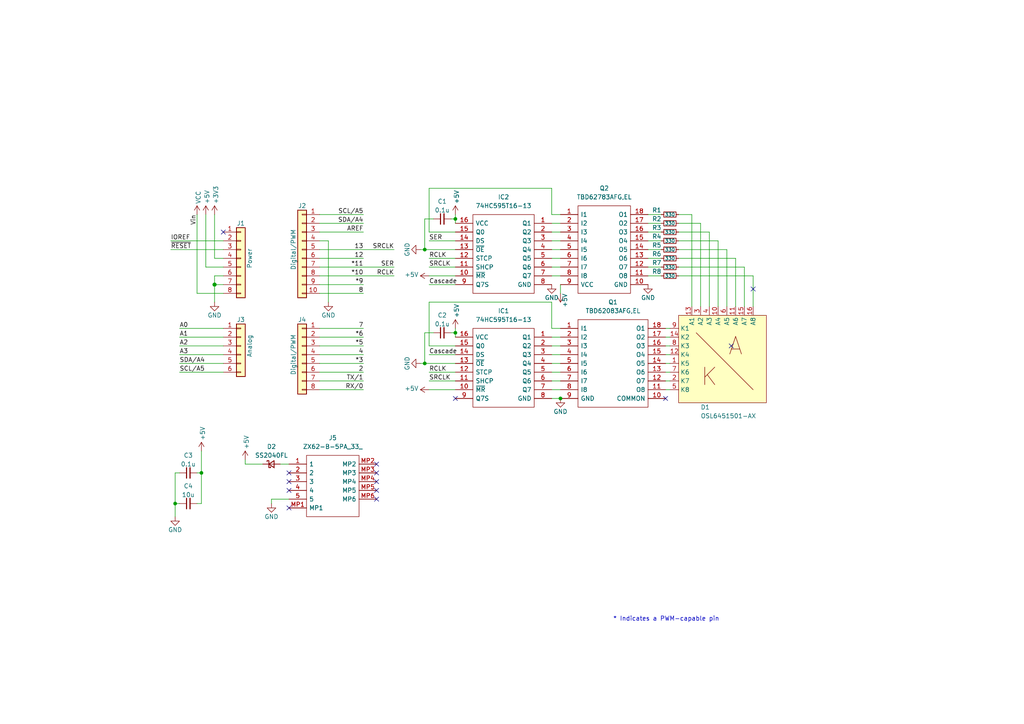
<source format=kicad_sch>
(kicad_sch (version 20230121) (generator eeschema)
  (paper "A4")
  (title_block (date "mar. 31 mars 2015"))
  (lib_symbols
    (symbol "Connector_Generic:Conn_01x06" (pin_names (offset 1.016) hide)
      (property "Reference" "J" (at 0 7.62 0))
      (property "Value" "Conn_01x06" (at 0 -10.16 0))
      (symbol "Conn_01x06_1_1"
        (rectangle (start -1.27 -7.493) (end 0 -7.747) (stroke (width 0.1524)))
        (rectangle (start -1.27 -4.953) (end 0 -5.207) (stroke (width 0.1524)))
        (rectangle (start -1.27 -2.413) (end 0 -2.667) (stroke (width 0.1524)))
        (rectangle (start -1.27 0.127) (end 0 -0.127) (stroke (width 0.1524)))
        (rectangle (start -1.27 2.667) (end 0 2.413) (stroke (width 0.1524)))
        (rectangle (start -1.27 5.207) (end 0 4.953) (stroke (width 0.1524)))
        (rectangle (start -1.27 6.35) (end 1.27 -8.89) (stroke (width 0.254)) (fill (type background)))
        (pin passive line (at -5.08 5.08 0) (length 3.81) (name "Pin_1") (number "1"))
        (pin passive line (at -5.08 2.54 0) (length 3.81) (name "Pin_2") (number "2"))
        (pin passive line (at -5.08 0 0) (length 3.81) (name "Pin_3") (number "3"))
        (pin passive line (at -5.08 -2.54 0) (length 3.81) (name "Pin_4") (number "4"))
        (pin passive line (at -5.08 -5.08 0) (length 3.81) (name "Pin_5") (number "5"))
        (pin passive line (at -5.08 -7.62 0) (length 3.81) (name "Pin_6") (number "6"))
      )
    )
    (symbol "Connector_Generic:Conn_01x08" (pin_names (offset 1.016) hide)
      (property "Reference" "J" (at 0 10.16 0))
      (property "Value" "Conn_01x08" (at 0 -12.7 0))
      (symbol "Conn_01x08_1_1"
        (rectangle (start -1.27 -10.033) (end 0 -10.287) (stroke (width 0.1524)))
        (rectangle (start -1.27 -7.493) (end 0 -7.747) (stroke (width 0.1524)))
        (rectangle (start -1.27 -4.953) (end 0 -5.207) (stroke (width 0.1524)))
        (rectangle (start -1.27 -2.413) (end 0 -2.667) (stroke (width 0.1524)))
        (rectangle (start -1.27 0.127) (end 0 -0.127) (stroke (width 0.1524)))
        (rectangle (start -1.27 2.667) (end 0 2.413) (stroke (width 0.1524)))
        (rectangle (start -1.27 5.207) (end 0 4.953) (stroke (width 0.1524)))
        (rectangle (start -1.27 7.747) (end 0 7.493) (stroke (width 0.1524)))
        (rectangle (start -1.27 8.89) (end 1.27 -11.43) (stroke (width 0.254)) (fill (type background)))
        (pin passive line (at -5.08 7.62 0) (length 3.81) (name "Pin_1") (number "1"))
        (pin passive line (at -5.08 5.08 0) (length 3.81) (name "Pin_2") (number "2"))
        (pin passive line (at -5.08 2.54 0) (length 3.81) (name "Pin_3") (number "3"))
        (pin passive line (at -5.08 0 0) (length 3.81) (name "Pin_4") (number "4"))
        (pin passive line (at -5.08 -2.54 0) (length 3.81) (name "Pin_5") (number "5"))
        (pin passive line (at -5.08 -5.08 0) (length 3.81) (name "Pin_6") (number "6"))
        (pin passive line (at -5.08 -7.62 0) (length 3.81) (name "Pin_7") (number "7"))
        (pin passive line (at -5.08 -10.16 0) (length 3.81) (name "Pin_8") (number "8"))
      )
    )
    (symbol "Connector_Generic:Conn_01x10" (pin_names (offset 1.016) hide)
      (property "Reference" "J" (at 0 12.7 0))
      (property "Value" "Conn_01x10" (at 0 -15.24 0))
      (symbol "Conn_01x10_1_1"
        (rectangle (start -1.27 -12.573) (end 0 -12.827) (stroke (width 0.1524)))
        (rectangle (start -1.27 -10.033) (end 0 -10.287) (stroke (width 0.1524)))
        (rectangle (start -1.27 -7.493) (end 0 -7.747) (stroke (width 0.1524)))
        (rectangle (start -1.27 -4.953) (end 0 -5.207) (stroke (width 0.1524)))
        (rectangle (start -1.27 -2.413) (end 0 -2.667) (stroke (width 0.1524)))
        (rectangle (start -1.27 0.127) (end 0 -0.127) (stroke (width 0.1524)))
        (rectangle (start -1.27 2.667) (end 0 2.413) (stroke (width 0.1524)))
        (rectangle (start -1.27 5.207) (end 0 4.953) (stroke (width 0.1524)))
        (rectangle (start -1.27 7.747) (end 0 7.493) (stroke (width 0.1524)))
        (rectangle (start -1.27 10.287) (end 0 10.033) (stroke (width 0.1524)))
        (rectangle (start -1.27 11.43) (end 1.27 -13.97) (stroke (width 0.254)) (fill (type background)))
        (pin passive line (at -5.08 10.16 0) (length 3.81) (name "Pin_1") (number "1"))
        (pin passive line (at -5.08 -12.7 0) (length 3.81) (name "Pin_10") (number "10"))
        (pin passive line (at -5.08 7.62 0) (length 3.81) (name "Pin_2") (number "2"))
        (pin passive line (at -5.08 5.08 0) (length 3.81) (name "Pin_3") (number "3"))
        (pin passive line (at -5.08 2.54 0) (length 3.81) (name "Pin_4") (number "4"))
        (pin passive line (at -5.08 0 0) (length 3.81) (name "Pin_5") (number "5"))
        (pin passive line (at -5.08 -2.54 0) (length 3.81) (name "Pin_6") (number "6"))
        (pin passive line (at -5.08 -5.08 0) (length 3.81) (name "Pin_7") (number "7"))
        (pin passive line (at -5.08 -7.62 0) (length 3.81) (name "Pin_8") (number "8"))
        (pin passive line (at -5.08 -10.16 0) (length 3.81) (name "Pin_9") (number "9"))
      )
    )
    (symbol "Device:C_Small" (pin_numbers hide) (pin_names (offset 0.254) hide)
      (property "Reference" "C" (at 0.254 1.778 0))
      (property "Value" "C_Small" (at 0.254 -2.032 0))
      (symbol "C_Small_0_1"
        (polyline (pts (xy -1.524 -0.508) (xy 1.524 -0.508)) (stroke (width 0.3302)))
        (polyline (pts (xy -1.524 0.508) (xy 1.524 0.508)) (stroke (width 0.3048)))
      )
      (symbol "C_Small_1_1"
        (pin passive line (at 0 2.54 270) (length 2.032) (name "~") (number "1"))
        (pin passive line (at 0 -2.54 90) (length 2.032) (name "~") (number "2"))
      )
    )
    (symbol "Device:D_Schottky_Small" (pin_numbers hide) (pin_names (offset 0.254) hide)
      (property "Reference" "D" (at -1.27 2.032 0))
      (property "Value" "D_Schottky_Small" (at -7.112 -2.032 0))
      (symbol "D_Schottky_Small_0_1"
        (polyline (pts (xy -0.762 0) (xy 0.762 0)))
        (polyline (pts (xy 0.762 -1.016) (xy -0.762 0) (xy 0.762 1.016) (xy 0.762 -1.016)) (stroke (width 0.254)))
        (polyline (pts (xy -1.27 0.762) (xy -1.27 1.016) (xy -0.762 1.016) (xy -0.762 -1.016) (xy -0.254 -1.016) (xy -0.254 -0.762)) (stroke (width 0.254)))
      )
      (symbol "D_Schottky_Small_1_1"
        (pin passive line (at -2.54 0 0) (length 1.778) (name "K") (number "1"))
        (pin passive line (at 2.54 0 180) (length 1.778) (name "A") (number "2"))
      )
    )
    (symbol "Device:R_Small" (pin_numbers hide) (pin_names (offset 0.254) hide)
      (property "Reference" "R" (at 0.762 0.508 0))
      (property "Value" "R_Small" (at 0.762 -1.016 0))
      (symbol "R_Small_0_1"
        (rectangle (start -0.762 1.778) (end 0.762 -1.778) (stroke (width 0.2032)))
      )
      (symbol "R_Small_1_1"
        (pin passive line (at 0 2.54 270) (length 0.762) (name "~") (number "1"))
        (pin passive line (at 0 -2.54 90) (length 0.762) (name "~") (number "2"))
      )
    )
    (symbol "SamacSys_Parts:74HC595T16-13" (pin_names (offset 0.762))
      (property "Reference" "IC" (at 24.13 7.62 0))
      (property "Value" "74HC595T16-13" (at 24.13 5.08 0))
      (symbol "74HC595T16-13_0_0"
        (pin passive line (at 0 0 0) (length 5.08) (name "Q1") (number "1"))
        (pin passive line (at 27.94 -15.24 180) (length 5.08) (name "~{MR}") (number "10"))
        (pin passive line (at 27.94 -12.7 180) (length 5.08) (name "SHCP") (number "11"))
        (pin passive line (at 27.94 -10.16 180) (length 5.08) (name "STCP") (number "12"))
        (pin passive line (at 27.94 -7.62 180) (length 5.08) (name "~{OE}") (number "13"))
        (pin passive line (at 27.94 -5.08 180) (length 5.08) (name "DS") (number "14"))
        (pin passive line (at 27.94 -2.54 180) (length 5.08) (name "Q0") (number "15"))
        (pin passive line (at 27.94 0 180) (length 5.08) (name "VCC") (number "16"))
        (pin passive line (at 0 -2.54 0) (length 5.08) (name "Q2") (number "2"))
        (pin passive line (at 0 -5.08 0) (length 5.08) (name "Q3") (number "3"))
        (pin passive line (at 0 -7.62 0) (length 5.08) (name "Q4") (number "4"))
        (pin passive line (at 0 -10.16 0) (length 5.08) (name "Q5") (number "5"))
        (pin passive line (at 0 -12.7 0) (length 5.08) (name "Q6") (number "6"))
        (pin passive line (at 0 -15.24 0) (length 5.08) (name "Q7") (number "7"))
        (pin passive line (at 0 -17.78 0) (length 5.08) (name "GND") (number "8"))
        (pin passive line (at 27.94 -17.78 180) (length 5.08) (name "Q7S") (number "9"))
      )
      (symbol "74HC595T16-13_0_1"
        (polyline (pts (xy 5.08 2.54) (xy 22.86 2.54) (xy 22.86 -20.32) (xy 5.08 -20.32) (xy 5.08 2.54)) (stroke (width 0.1524)))
      )
    )
    (symbol "SamacSys_Parts:TBD62083AFG,EL" (pin_names (offset 0.762))
      (property "Reference" "Q" (at 26.67 7.62 0))
      (property "Value" "TBD62083AFG,EL" (at 26.67 5.08 0))
      (symbol "TBD62083AFG,EL_0_0"
        (pin passive line (at 0 0 0) (length 5.08) (name "I1") (number "1"))
        (pin passive line (at 30.48 -20.32 180) (length 5.08) (name "COMMON") (number "10"))
        (pin passive line (at 30.48 -17.78 180) (length 5.08) (name "O8") (number "11"))
        (pin passive line (at 30.48 -15.24 180) (length 5.08) (name "O7") (number "12"))
        (pin passive line (at 30.48 -12.7 180) (length 5.08) (name "O6") (number "13"))
        (pin passive line (at 30.48 -10.16 180) (length 5.08) (name "O5") (number "14"))
        (pin passive line (at 30.48 -7.62 180) (length 5.08) (name "O4") (number "15"))
        (pin passive line (at 30.48 -5.08 180) (length 5.08) (name "O3") (number "16"))
        (pin passive line (at 30.48 -2.54 180) (length 5.08) (name "O2") (number "17"))
        (pin passive line (at 30.48 0 180) (length 5.08) (name "O1") (number "18"))
        (pin passive line (at 0 -2.54 0) (length 5.08) (name "I2") (number "2"))
        (pin passive line (at 0 -5.08 0) (length 5.08) (name "I3") (number "3"))
        (pin passive line (at 0 -7.62 0) (length 5.08) (name "I4") (number "4"))
        (pin passive line (at 0 -10.16 0) (length 5.08) (name "I5") (number "5"))
        (pin passive line (at 0 -12.7 0) (length 5.08) (name "I6") (number "6"))
        (pin passive line (at 0 -15.24 0) (length 5.08) (name "I7") (number "7"))
        (pin passive line (at 0 -17.78 0) (length 5.08) (name "I8") (number "8"))
        (pin passive line (at 0 -20.32 0) (length 5.08) (name "GND") (number "9"))
      )
      (symbol "TBD62083AFG,EL_0_1"
        (polyline (pts (xy 5.08 2.54) (xy 25.4 2.54) (xy 25.4 -22.86) (xy 5.08 -22.86) (xy 5.08 2.54)) (stroke (width 0.1524)))
      )
    )
    (symbol "SamacSys_Parts:TBD62783AFG,EL" (pin_names (offset 0.762))
      (property "Reference" "Q" (at 21.59 7.62 0))
      (property "Value" "TBD62783AFG,EL" (at 21.59 5.08 0))
      (symbol "TBD62783AFG,EL_0_0"
        (pin input line (at 0 0 0) (length 5.08) (name "I1") (number "1"))
        (pin power_in line (at 25.4 -20.32 180) (length 5.08) (name "GND") (number "10"))
        (pin output line (at 25.4 -17.78 180) (length 5.08) (name "O8") (number "11"))
        (pin output line (at 25.4 -15.24 180) (length 5.08) (name "O7") (number "12"))
        (pin output line (at 25.4 -12.7 180) (length 5.08) (name "O6") (number "13"))
        (pin output line (at 25.4 -10.16 180) (length 5.08) (name "O5") (number "14"))
        (pin output line (at 25.4 -7.62 180) (length 5.08) (name "O4") (number "15"))
        (pin output line (at 25.4 -5.08 180) (length 5.08) (name "O3") (number "16"))
        (pin output line (at 25.4 -2.54 180) (length 5.08) (name "O2") (number "17"))
        (pin output line (at 25.4 0 180) (length 5.08) (name "O1") (number "18"))
        (pin input line (at 0 -2.54 0) (length 5.08) (name "I2") (number "2"))
        (pin input line (at 0 -5.08 0) (length 5.08) (name "I3") (number "3"))
        (pin input line (at 0 -7.62 0) (length 5.08) (name "I4") (number "4"))
        (pin input line (at 0 -10.16 0) (length 5.08) (name "I5") (number "5"))
        (pin input line (at 0 -12.7 0) (length 5.08) (name "I6") (number "6"))
        (pin input line (at 0 -15.24 0) (length 5.08) (name "I7") (number "7"))
        (pin input line (at 0 -17.78 0) (length 5.08) (name "I8") (number "8"))
        (pin power_in line (at 0 -20.32 0) (length 5.08) (name "VCC") (number "9"))
      )
      (symbol "TBD62783AFG,EL_0_1"
        (polyline (pts (xy 5.08 2.54) (xy 20.32 2.54) (xy 20.32 -22.86) (xy 5.08 -22.86) (xy 5.08 2.54)) (stroke (width 0.1524)))
      )
    )
    (symbol "SamacSys_Parts:ZX62-B-5PA_33_" (pin_names (offset 0.762))
      (property "Reference" "J" (at 21.59 7.62 0))
      (property "Value" "ZX62-B-5PA_33_" (at 21.59 5.08 0))
      (symbol "ZX62-B-5PA_33__0_0"
        (pin passive line (at 0 0 0) (length 5.08) (name "1") (number "1"))
        (pin passive line (at 0 -2.54 0) (length 5.08) (name "2") (number "2"))
        (pin passive line (at 0 -5.08 0) (length 5.08) (name "3") (number "3"))
        (pin passive line (at 0 -7.62 0) (length 5.08) (name "4") (number "4"))
        (pin passive line (at 0 -10.16 0) (length 5.08) (name "5") (number "5"))
        (pin passive line (at 0 -12.7 0) (length 5.08) (name "MP1") (number "MP1"))
        (pin passive line (at 25.4 0 180) (length 5.08) (name "MP2") (number "MP2"))
        (pin passive line (at 25.4 -2.54 180) (length 5.08) (name "MP3") (number "MP3"))
        (pin passive line (at 25.4 -5.08 180) (length 5.08) (name "MP4") (number "MP4"))
        (pin passive line (at 25.4 -7.62 180) (length 5.08) (name "MP5") (number "MP5"))
        (pin passive line (at 25.4 -10.16 180) (length 5.08) (name "MP6") (number "MP6"))
      )
      (symbol "ZX62-B-5PA_33__0_1"
        (polyline (pts (xy 5.08 2.54) (xy 20.32 2.54) (xy 20.32 -15.24) (xy 5.08 -15.24) (xy 5.08 2.54)) (stroke (width 0.1524)))
      )
    )
    (symbol "myparts:OSL6451501-AX"
      (property "Reference" "D" (at 0 -13.97 0))
      (property "Value" "OSL6451501-AX" (at 0 -11.43 0))
      (symbol "OSL6451501-AX_0_1"
        (polyline (pts (xy -7.62 7.62) (xy 8.89 -8.89)))
      )
      (symbol "OSL6451501-AX_1_1"
        (rectangle (start -12.7 12.7) (end 12.7 -12.7) (fill (type background)))
        (text "A" (at 3.81 3.81 0) (effects (font (size 5.08 5.08))))
        (text "K" (at -3.81 -5.08 0) (effects (font (size 5.08 5.08))))
        (pin input line (at -15.24 -1.27 0) (length 2.54) (name "K5") (number "1"))
        (pin input line (at -1.27 15.24 270) (length 2.54) (name "A4") (number "10"))
        (pin input line (at 3.81 15.24 270) (length 2.54) (name "A6") (number "11"))
        (pin input line (at -15.24 1.27 0) (length 2.54) (name "K4") (number "12"))
        (pin input line (at -8.89 15.24 270) (length 2.54) (name "A1") (number "13"))
        (pin input line (at -15.24 6.35 0) (length 2.54) (name "K2") (number "14"))
        (pin input line (at 6.35 15.24 270) (length 2.54) (name "A7") (number "15"))
        (pin input line (at 8.89 15.24 270) (length 2.54) (name "A8") (number "16"))
        (pin input line (at -15.24 -6.35 0) (length 2.54) (name "K7") (number "2"))
        (pin input line (at -6.35 15.24 270) (length 2.54) (name "A2") (number "3"))
        (pin input line (at -3.81 15.24 270) (length 2.54) (name "A3") (number "4"))
        (pin input line (at -15.24 -8.89 0) (length 2.54) (name "K8") (number "5"))
        (pin input line (at 1.27 15.24 270) (length 2.54) (name "A5") (number "6"))
        (pin input line (at -15.24 -3.81 0) (length 2.54) (name "K6") (number "7"))
        (pin input line (at -15.24 3.81 0) (length 2.54) (name "K3") (number "8"))
        (pin input line (at -15.24 8.89 0) (length 2.54) (name "K1") (number "9"))
      )
    )
    (symbol "power:+3V3" (power) (pin_names (offset 0))
      (property "Value" "+3V3" (at 0 3.556 0))
      (symbol "+3V3_0_1"
        (polyline (pts (xy -0.762 1.27) (xy 0 2.54)))
        (polyline (pts (xy 0 0) (xy 0 2.54)))
        (polyline (pts (xy 0 2.54) (xy 0.762 1.27)))
      )
      (symbol "+3V3_1_1"
        (pin power_in line (at 0 0 90) (length 0) hide (name "+3V3") (number "1"))
      )
    )
    (symbol "power:+5V" (power) (pin_names (offset 0))
      (property "Value" "+5V" (at 0 3.556 0))
      (symbol "+5V_0_1"
        (polyline (pts (xy -0.762 1.27) (xy 0 2.54)))
        (polyline (pts (xy 0 0) (xy 0 2.54)))
        (polyline (pts (xy 0 2.54) (xy 0.762 1.27)))
      )
      (symbol "+5V_1_1"
        (pin power_in line (at 0 0 90) (length 0) hide (name "+5V") (number "1"))
      )
    )
    (symbol "power:GND" (power) (pin_names (offset 0))
      (property "Value" "GND" (at 0 -3.81 0))
      (symbol "GND_0_1"
        (polyline (pts (xy 0 0) (xy 0 -1.27) (xy 1.27 -1.27) (xy 0 -2.54) (xy -1.27 -1.27) (xy 0 -1.27)))
      )
      (symbol "GND_1_1"
        (pin power_in line (at 0 0 270) (length 0) hide (name "GND") (number "1"))
      )
    )
    (symbol "power:VCC" (power) (pin_names (offset 0))
      (property "Value" "VCC" (at 0 3.81 0))
      (symbol "VCC_0_1"
        (polyline (pts (xy -0.762 1.27) (xy 0 2.54)))
        (polyline (pts (xy 0 0) (xy 0 2.54)))
        (polyline (pts (xy 0 2.54) (xy 0.762 1.27)))
      )
      (symbol "VCC_1_1"
        (pin power_in line (at 0 0 90) (length 0) hide (name "VCC") (number "1"))
      )
    )
  )
  (junction (at 123.19 105.41))
  (junction (at 162.56 115.57))
  (junction (at 62.23 82.55) (diameter 1.016))
  (junction (at 58.42 137.16))
  (junction (at 123.19 72.39))
  (junction (at 132.08 96.52))
  (junction (at 132.08 63.5))
  (junction (at 50.8 146.05))
  (no_connect (at 83.82 137.16))
  (no_connect (at 132.08 115.57))
  (no_connect (at 83.82 139.7))
  (no_connect (at 218.44 83.82))
  (no_connect (at 109.22 134.62))
  (no_connect (at 193.04 115.57))
  (no_connect (at 83.82 142.24))
  (no_connect (at 109.22 139.7))
  (no_connect (at 83.82 147.32))
  (no_connect (at 64.77 67.31))
  (no_connect (at 109.22 142.24))
  (no_connect (at 109.22 137.16))
  (no_connect (at 109.22 144.78))
  (no_connect (at 212.09 100.33))
  (wire (pts (xy 92.71 113.03) (xy 105.41 113.03)))
  (wire (pts (xy 194.31 105.41) (xy 193.04 105.41)))
  (wire (pts (xy 50.8 146.05) (xy 52.07 146.05)))
  (wire (pts (xy 203.2 64.77) (xy 203.2 88.9)))
  (wire (pts (xy 124.46 107.95) (xy 132.08 107.95)))
  (wire (pts (xy 218.44 80.01) (xy 218.44 88.9)))
  (wire (pts (xy 92.71 80.01) (xy 114.3 80.01)))
  (wire (pts (xy 78.74 146.05) (xy 78.74 144.78)))
  (wire (pts (xy 130.81 63.5) (xy 132.08 63.5)))
  (wire (pts (xy 121.92 72.39) (xy 123.19 72.39)))
  (wire (pts (xy 92.71 72.39) (xy 114.3 72.39)))
  (wire (pts (xy 92.71 62.23) (xy 105.41 62.23)))
  (wire (pts (xy 124.46 100.33) (xy 124.46 87.63)))
  (wire (pts (xy 194.31 113.03) (xy 193.04 113.03)))
  (wire (pts (xy 62.23 80.01) (xy 62.23 82.55)))
  (wire (pts (xy 52.07 107.95) (xy 64.77 107.95)))
  (wire (pts (xy 123.19 72.39) (xy 132.08 72.39)))
  (wire (pts (xy 187.96 67.31) (xy 191.77 67.31)))
  (wire (pts (xy 81.28 134.62) (xy 83.82 134.62)))
  (wire (pts (xy 160.02 87.63) (xy 160.02 95.25)))
  (wire (pts (xy 78.74 144.78) (xy 83.82 144.78)))
  (wire (pts (xy 210.82 72.39) (xy 210.82 88.9)))
  (wire (pts (xy 187.96 62.23) (xy 191.77 62.23)))
  (wire (pts (xy 71.12 133.35) (xy 71.12 134.62)))
  (wire (pts (xy 160.02 80.01) (xy 162.56 80.01)))
  (wire (pts (xy 62.23 82.55) (xy 62.23 87.63)))
  (wire (pts (xy 196.85 67.31) (xy 205.74 67.31)))
  (wire (pts (xy 62.23 74.93) (xy 64.77 74.93)))
  (wire (pts (xy 196.85 62.23) (xy 200.66 62.23)))
  (wire (pts (xy 59.69 77.47) (xy 64.77 77.47)))
  (wire (pts (xy 160.02 100.33) (xy 162.56 100.33)))
  (wire (pts (xy 59.69 62.23) (xy 59.69 77.47)))
  (wire (pts (xy 213.36 74.93) (xy 213.36 88.9)))
  (wire (pts (xy 160.02 97.79) (xy 162.56 97.79)))
  (wire (pts (xy 194.31 97.79) (xy 193.04 97.79)))
  (wire (pts (xy 187.96 80.01) (xy 191.77 80.01)))
  (wire (pts (xy 194.31 110.49) (xy 193.04 110.49)))
  (wire (pts (xy 124.46 77.47) (xy 132.08 77.47)))
  (wire (pts (xy 132.08 63.5) (xy 132.08 64.77)))
  (wire (pts (xy 62.23 62.23) (xy 62.23 74.93)))
  (wire (pts (xy 92.71 95.25) (xy 105.41 95.25)))
  (wire (pts (xy 58.42 137.16) (xy 58.42 146.05)))
  (wire (pts (xy 64.77 95.25) (xy 52.07 95.25)))
  (wire (pts (xy 187.96 74.93) (xy 191.77 74.93)))
  (wire (pts (xy 92.71 74.93) (xy 105.41 74.93)))
  (wire (pts (xy 196.85 77.47) (xy 215.9 77.47)))
  (wire (pts (xy 160.02 77.47) (xy 162.56 77.47)))
  (wire (pts (xy 92.71 97.79) (xy 105.41 97.79)))
  (wire (pts (xy 196.85 72.39) (xy 210.82 72.39)))
  (wire (pts (xy 194.31 102.87) (xy 193.04 102.87)))
  (wire (pts (xy 132.08 100.33) (xy 124.46 100.33)))
  (wire (pts (xy 124.46 74.93) (xy 132.08 74.93)))
  (wire (pts (xy 132.08 96.52) (xy 132.08 97.79)))
  (wire (pts (xy 160.02 69.85) (xy 162.56 69.85)))
  (wire (pts (xy 160.02 64.77) (xy 162.56 64.77)))
  (wire (pts (xy 92.71 82.55) (xy 105.41 82.55)))
  (wire (pts (xy 124.46 67.31) (xy 124.46 54.61)))
  (wire (pts (xy 92.71 102.87) (xy 105.41 102.87)))
  (wire (pts (xy 124.46 82.55) (xy 132.08 82.55)))
  (wire (pts (xy 160.02 115.57) (xy 162.56 115.57)))
  (wire (pts (xy 200.66 62.23) (xy 200.66 88.9)))
  (wire (pts (xy 49.53 69.85) (xy 64.77 69.85)))
  (wire (pts (xy 215.9 77.47) (xy 215.9 88.9)))
  (wire (pts (xy 196.85 69.85) (xy 208.28 69.85)))
  (wire (pts (xy 160.02 54.61) (xy 160.02 62.23)))
  (wire (pts (xy 160.02 67.31) (xy 162.56 67.31)))
  (wire (pts (xy 194.31 107.95) (xy 193.04 107.95)))
  (wire (pts (xy 95.25 69.85) (xy 95.25 87.63)))
  (wire (pts (xy 124.46 54.61) (xy 160.02 54.61)))
  (wire (pts (xy 124.46 87.63) (xy 160.02 87.63)))
  (wire (pts (xy 132.08 62.23) (xy 132.08 63.5)))
  (wire (pts (xy 124.46 102.87) (xy 132.08 102.87)))
  (wire (pts (xy 92.71 67.31) (xy 105.41 67.31)))
  (wire (pts (xy 123.19 63.5) (xy 123.19 72.39)))
  (wire (pts (xy 130.81 96.52) (xy 132.08 96.52)))
  (wire (pts (xy 58.42 146.05) (xy 57.15 146.05)))
  (wire (pts (xy 205.74 67.31) (xy 205.74 88.9)))
  (wire (pts (xy 160.02 95.25) (xy 162.56 95.25)))
  (wire (pts (xy 160.02 110.49) (xy 162.56 110.49)))
  (wire (pts (xy 64.77 100.33) (xy 52.07 100.33)))
  (wire (pts (xy 49.53 72.39) (xy 64.77 72.39)))
  (wire (pts (xy 64.77 82.55) (xy 62.23 82.55)))
  (wire (pts (xy 124.46 113.03) (xy 132.08 113.03)))
  (wire (pts (xy 125.73 96.52) (xy 123.19 96.52)))
  (wire (pts (xy 50.8 146.05) (xy 50.8 149.86)))
  (wire (pts (xy 196.85 80.01) (xy 218.44 80.01)))
  (wire (pts (xy 64.77 85.09) (xy 57.15 85.09)))
  (wire (pts (xy 132.08 95.25) (xy 132.08 96.52)))
  (wire (pts (xy 208.28 69.85) (xy 208.28 88.9)))
  (wire (pts (xy 160.02 62.23) (xy 162.56 62.23)))
  (wire (pts (xy 52.07 97.79) (xy 64.77 97.79)))
  (wire (pts (xy 160.02 102.87) (xy 162.56 102.87)))
  (wire (pts (xy 194.31 95.25) (xy 193.04 95.25)))
  (wire (pts (xy 160.02 107.95) (xy 162.56 107.95)))
  (wire (pts (xy 187.96 72.39) (xy 191.77 72.39)))
  (wire (pts (xy 187.96 69.85) (xy 191.77 69.85)))
  (wire (pts (xy 92.71 69.85) (xy 95.25 69.85)))
  (wire (pts (xy 124.46 80.01) (xy 132.08 80.01)))
  (wire (pts (xy 64.77 80.01) (xy 62.23 80.01)))
  (wire (pts (xy 125.73 63.5) (xy 123.19 63.5)))
  (wire (pts (xy 58.42 137.16) (xy 57.15 137.16)))
  (wire (pts (xy 92.71 77.47) (xy 114.3 77.47)))
  (wire (pts (xy 123.19 96.52) (xy 123.19 105.41)))
  (wire (pts (xy 196.85 74.93) (xy 213.36 74.93)))
  (wire (pts (xy 160.02 74.93) (xy 162.56 74.93)))
  (wire (pts (xy 123.19 105.41) (xy 132.08 105.41)))
  (wire (pts (xy 52.07 137.16) (xy 50.8 137.16)))
  (wire (pts (xy 92.71 100.33) (xy 105.41 100.33)))
  (wire (pts (xy 52.07 102.87) (xy 64.77 102.87)))
  (wire (pts (xy 132.08 67.31) (xy 124.46 67.31)))
  (wire (pts (xy 58.42 130.81) (xy 58.42 137.16)))
  (wire (pts (xy 124.46 110.49) (xy 132.08 110.49)))
  (wire (pts (xy 194.31 100.33) (xy 193.04 100.33)))
  (wire (pts (xy 50.8 137.16) (xy 50.8 146.05)))
  (wire (pts (xy 71.12 134.62) (xy 76.2 134.62)))
  (wire (pts (xy 121.92 105.41) (xy 123.19 105.41)))
  (wire (pts (xy 196.85 64.77) (xy 203.2 64.77)))
  (wire (pts (xy 92.71 64.77) (xy 105.41 64.77)))
  (wire (pts (xy 92.71 107.95) (xy 105.41 107.95)))
  (wire (pts (xy 162.56 85.09) (xy 162.56 82.55)))
  (wire (pts (xy 187.96 64.77) (xy 191.77 64.77)))
  (wire (pts (xy 160.02 72.39) (xy 162.56 72.39)))
  (wire (pts (xy 92.71 105.41) (xy 105.41 105.41)))
  (wire (pts (xy 160.02 105.41) (xy 162.56 105.41)))
  (wire (pts (xy 160.02 113.03) (xy 162.56 113.03)))
  (wire (pts (xy 92.71 110.49) (xy 105.41 110.49)))
  (wire (pts (xy 57.15 85.09) (xy 57.15 62.23)))
  (wire (pts (xy 64.77 105.41) (xy 52.07 105.41)))
  (wire (pts (xy 124.46 69.85) (xy 132.08 69.85)))
  (wire (pts (xy 92.71 85.09) (xy 105.41 85.09)))
  (wire (pts (xy 187.96 77.47) (xy 191.77 77.47)))
  (text "* Indicates a PWM-capable pin" (at 177.8 180.34 0) (effects (font (size 1.27 1.27)) (justify left bottom)))
  (label "RX{slash}0" (at 105.41 113.03 180))
  (label "A2" (at 52.07 100.33 0))
  (label "RCLK" (at 114.3 80.01 180))
  (label "4" (at 105.41 102.87 180))
  (label "SRCLK" (at 114.3 72.39 180))
  (label "RCLK" (at 124.46 74.93 0))
  (label "2" (at 105.41 107.95 180))
  (label "SER" (at 124.46 69.85 0))
  (label "A3" (at 52.07 102.87 0))
  (label "SRCLK" (at 124.46 110.49 0))
  (label "13" (at 105.41 72.39 180))
  (label "Cascade" (at 124.46 102.87 0))
  (label "12" (at 105.41 74.93 180))
  (label "~{RESET}" (at 49.53 72.39 0))
  (label "SRCLK" (at 124.46 77.47 0))
  (label "*10" (at 105.41 80.01 180))
  (label "SER" (at 114.3 77.47 180))
  (label "RCLK" (at 124.46 107.95 0))
  (label "7" (at 105.41 95.25 180))
  (label "SDA{slash}A4" (at 105.41 64.77 180))
  (label "8" (at 105.41 85.09 180))
  (label "*11" (at 105.41 77.47 180))
  (label "*3" (at 105.41 105.41 180))
  (label "A1" (at 52.07 97.79 0))
  (label "TX{slash}1" (at 105.41 110.49 180))
  (label "A0" (at 52.07 95.25 0))
  (label "Cascade" (at 124.46 82.55 0))
  (label "AREF" (at 105.41 67.31 180))
  (label "Vin" (at 57.15 62.23 270))
  (label "*6" (at 105.41 97.79 180))
  (label "SCL{slash}A5" (at 105.41 62.23 180))
  (label "*9" (at 105.41 82.55 180))
  (label "*5" (at 105.41 100.33 180))
  (label "IOREF" (at 49.53 69.85 0))
  (label "SDA{slash}A4" (at 52.07 105.41 0))
  (label "SCL{slash}A5" (at 52.07 107.95 0))
  (symbol (lib_id "Connector_Generic:Conn_01x08") (at 69.85 74.93 0) (unit 1)
    (property "Reference" "J1" (at 69.85 64.77 0))
    (property "Value" "Power" (at 72.39 74.93 90))
    (property "Footprint" "Connector_PinSocket_2.54mm:PinSocket_1x08_P2.54mm_Vertical" (effects hide))
  )
  (symbol (lib_id "power:+3V3") (at 62.23 62.23 0) (unit 1)
    (property "Reference" "#PWR03" (effects hide))
    (property "Value" "+3.3V" (at 62.611 59.182 90) (effects (justify left)))
  )
  (symbol (lib_id "power:+5V") (at 59.69 62.23 0) (unit 1)
    (property "Reference" "#PWR02" (effects hide))
    (property "Value" "+5V" (at 60.0456 59.182 90) (effects (justify left)))
  )
  (symbol (lib_id "power:GND") (at 62.23 87.63 0) (unit 1)
    (property "Reference" "#PWR04" (effects hide))
    (property "Value" "GND" (at 62.23 91.44 0))
  )
  (symbol (lib_id "Connector_Generic:Conn_01x10") (at 87.63 72.39 0) (mirror y) (unit 1)
    (property "Reference" "J2" (at 87.63 59.69 0))
    (property "Value" "Digital/PWM" (at 85.09 72.39 90))
    (property "Footprint" "Connector_PinSocket_2.54mm:PinSocket_1x10_P2.54mm_Vertical" (effects hide))
  )
  (symbol (lib_id "power:GND") (at 95.25 87.63 0) (unit 1)
    (property "Reference" "#PWR05" (effects hide))
    (property "Value" "GND" (at 95.25 91.44 0))
  )
  (symbol (lib_id "Connector_Generic:Conn_01x06") (at 69.85 100.33 0) (unit 1)
    (property "Reference" "J3" (at 69.85 92.71 0))
    (property "Value" "Analog" (at 72.39 100.33 90))
    (property "Footprint" "Connector_PinSocket_2.54mm:PinSocket_1x06_P2.54mm_Vertical" (effects hide))
  )
  (symbol (lib_id "Connector_Generic:Conn_01x08") (at 87.63 102.87 0) (mirror y) (unit 1)
    (property "Reference" "J4" (at 87.63 92.71 0))
    (property "Value" "Digital/PWM" (at 85.09 102.87 90))
    (property "Footprint" "Connector_PinSocket_2.54mm:PinSocket_1x08_P2.54mm_Vertical" (effects hide))
  )
  (symbol (lib_id "power:+5V") (at 132.08 95.25 0) (unit 1)
    (property "Reference" "#PWR06" (effects hide))
    (property "Value" "+5V" (at 132.4356 92.202 90) (effects (justify left)))
  )
  (symbol (lib_id "SamacSys_Parts:74HC595T16-13") (at 160.02 97.79 0) (mirror y) (unit 1)
    (property "Reference" "IC1" (at 146.05 90.17 0))
    (property "Value" "74HC595T16-13" (at 146.05 92.71 0))
    (property "Footprint" "SOP65P640X108-16N" (effects hide))
    (property "Datasheet" "https://componentsearchengine.com/Datasheets/1/74HC595T16-13.pdf" (effects hide))
    (property "Description" "74HC 8-bit SIPO Shift Register TSSOP16 DiodesZetex 74HC595T16-13 8-stage Shift Register, Serial to Parallel, 2  6 V, 16-Pin TSSOP" (effects hide))
    (property "Height" "1.08" (effects hide))
    (property "Mouser Part Number" "621-74HC595T16-13" (effects hide))
    (property "Mouser Price/Stock" "https://www.mouser.co.uk/ProductDetail/Diodes-Incorporated/74HC595T16-13?qs=Oxncjon6mbrgJG%252Bw3elKbQ%3D%3D" (effects hide))
    (property "Manufacturer_Name" "Diodes Inc." (effects hide))
    (property "Manufacturer_Part_Number" "74HC595T16-13" (effects hide))
  )
  (symbol (lib_id "SamacSys_Parts:ZX62-B-5PA_33_") (at 83.82 134.62 0) (unit 1)
    (property "Reference" "J5" (at 96.52 127 0))
    (property "Value" "ZX62-B-5PA_33_" (at 96.52 129.54 0))
    (property "Footprint" "ZX62B5PA33" (effects hide))
    (property "Datasheet" "https://www.hirose.com/product/download/?distributor=digikey&type=specSheet&lang=en&num=ZX62-B-5PA(33)" (effects hide))
    (property "Description" "USB Connectors MICRO B RECEPT RA SMT BTTM MNT" (effects hide))
    (property "Height" "3" (effects hide))
    (property "Mouser Part Number" "798-ZX62-B-5PA33" (effects hide))
    (property "Mouser Price/Stock" "https://www.mouser.co.uk/ProductDetail/Hirose-Connector/ZX62-B-5PA33?qs=IvjI65BR3TWOr0fx8JTXXw%3D%3D" (effects hide))
    (property "Manufacturer_Name" "Hirose" (effects hide))
    (property "Manufacturer_Part_Number" "ZX62-B-5PA(33)" (effects hide))
  )
  (symbol (lib_id "power:GND") (at 160.02 82.55 0) (unit 1)
    (property "Reference" "#PWR011" (effects hide))
    (property "Value" "GND" (at 160.02 86.36 0))
  )
  (symbol (lib_id "Device:D_Schottky_Small") (at 78.74 134.62 0) (unit 1)
    (property "Reference" "D2" (at 78.74 129.54 0))
    (property "Value" "SS2040FL" (at 78.74 132.08 0))
    (property "Footprint" "Diode_SMD:D_SOD-123F" (effects hide))
  )
  (symbol (lib_id "Device:R_Small") (at 194.31 74.93 90) (unit 1)
    (property "Reference" "R6" (at 190.5 73.66 90))
    (property "Value" "330" (at 194.31 74.93 90) (effects (font (size 1 1))))
    (property "Footprint" "Resistor_SMD:R_0603_1608Metric" (effects hide))
  )
  (symbol (lib_id "power:+5V") (at 124.46 113.03 90) (unit 1)
    (property "Reference" "#PWR015" (effects hide))
    (property "Value" "+5V" (at 121.412 112.6744 90) (effects (justify left)))
  )
  (symbol (lib_id "power:GND") (at 121.92 72.39 270) (unit 1)
    (property "Reference" "#PWR012" (effects hide))
    (property "Value" "GND" (at 118.11 72.39 0))
  )
  (symbol (lib_id "power:+5V") (at 58.42 130.81 0) (unit 1)
    (property "Reference" "#PWR016" (effects hide))
    (property "Value" "+5V" (at 58.7756 127.762 90) (effects (justify left)))
  )
  (symbol (lib_id "Device:R_Small") (at 194.31 72.39 90) (unit 1)
    (property "Reference" "R5" (at 190.5 71.12 90))
    (property "Value" "330" (at 194.31 72.39 90) (effects (font (size 1 1))))
    (property "Footprint" "Resistor_SMD:R_0603_1608Metric" (effects hide))
  )
  (symbol (lib_id "power:+5V") (at 162.56 85.09 180) (unit 1)
    (property "Reference" "#PWR08" (effects hide))
    (property "Value" "+5V" (at 163.83 85.09 90) (effects (justify left)))
  )
  (symbol (lib_id "Device:R_Small") (at 194.31 80.01 90) (unit 1)
    (property "Reference" "R8" (at 190.5 78.74 90))
    (property "Value" "330" (at 194.31 80.01 90) (effects (font (size 1 1))))
    (property "Footprint" "Resistor_SMD:R_0603_1608Metric" (effects hide))
  )
  (symbol (lib_id "power:+5V") (at 132.08 62.23 0) (unit 1)
    (property "Reference" "#PWR07" (effects hide))
    (property "Value" "+5V" (at 132.4356 59.182 90) (effects (justify left)))
  )
  (symbol (lib_id "power:VCC") (at 57.15 62.23 0) (unit 1)
    (property "Reference" "#PWR01" (effects hide))
    (property "Value" "VCC" (at 57.531 59.182 90) (effects (justify left)))
  )
  (symbol (lib_id "SamacSys_Parts:TBD62783AFG,EL") (at 162.56 62.23 0) (unit 1)
    (property "Reference" "Q2" (at 175.26 54.61 0))
    (property "Value" "TBD62783AFG,EL" (at 175.26 57.15 0))
    (property "Footprint" "SOIC127P1030X245-18N" (effects hide))
    (property "Description" "Gate Drivers DMOS Transistor Array8-CH, 50V/0.5A" (effects hide))
    (property "Height" "2.45" (effects hide))
    (property "Mouser Part Number" "757-TBD62783AFGEL" (effects hide))
    (property "Mouser Price/Stock" "https://www.mouser.co.uk/ProductDetail/Toshiba/TBD62783AFGEL?qs=fSnNYG2PaKJyPGRf9HI0JA%3D%3D" (effects hide))
    (property "Manufacturer_Name" "Toshiba" (effects hide))
    (property "Manufacturer_Part_Number" "TBD62783AFG,EL" (effects hide))
  )
  (symbol (lib_id "Device:R_Small") (at 194.31 62.23 90) (unit 1)
    (property "Reference" "R1" (at 190.5 60.96 90))
    (property "Value" "330" (at 194.31 62.23 90) (effects (font (size 1 1))))
    (property "Footprint" "Resistor_SMD:R_0603_1608Metric" (effects hide))
  )
  (symbol (lib_id "SamacSys_Parts:74HC595T16-13") (at 160.02 64.77 0) (mirror y) (unit 1)
    (property "Reference" "IC2" (at 146.05 57.15 0))
    (property "Value" "74HC595T16-13" (at 146.05 59.69 0))
    (property "Footprint" "SOP65P640X108-16N" (effects hide))
    (property "Datasheet" "https://componentsearchengine.com/Datasheets/1/74HC595T16-13.pdf" (effects hide))
    (property "Description" "74HC 8-bit SIPO Shift Register TSSOP16 DiodesZetex 74HC595T16-13 8-stage Shift Register, Serial to Parallel, 2  6 V, 16-Pin TSSOP" (effects hide))
    (property "Height" "1.08" (effects hide))
    (property "Mouser Part Number" "621-74HC595T16-13" (effects hide))
    (property "Mouser Price/Stock" "https://www.mouser.co.uk/ProductDetail/Diodes-Incorporated/74HC595T16-13?qs=Oxncjon6mbrgJG%252Bw3elKbQ%3D%3D" (effects hide))
    (property "Manufacturer_Name" "Diodes Inc." (effects hide))
    (property "Manufacturer_Part_Number" "74HC595T16-13" (effects hide))
  )
  (symbol (lib_id "Device:C_Small") (at 128.27 96.52 90) (unit 1)
    (property "Reference" "C2" (at 128.27 91.44 90))
    (property "Value" "0.1u" (at 128.27 93.98 90))
    (property "Footprint" "Capacitor_SMD:C_0603_1608Metric" (effects hide))
  )
  (symbol (lib_id "power:GND") (at 121.92 105.41 270) (unit 1)
    (property "Reference" "#PWR014" (effects hide))
    (property "Value" "GND" (at 118.11 105.41 0))
  )
  (symbol (lib_id "myparts:OSL6451501-AX") (at 209.55 104.14 0) (unit 1)
    (property "Reference" "D1" (at 203.2 118.11 0) (effects (justify left)))
    (property "Value" "OSL6451501-AX" (at 203.2 120.65 0) (effects (justify left)))
    (property "Footprint" "myparts:OSL641501-AX" (effects hide))
  )
  (symbol (lib_id "SamacSys_Parts:TBD62083AFG,EL") (at 162.56 95.25 0) (unit 1)
    (property "Reference" "Q1" (at 177.8 87.63 0))
    (property "Value" "TBD62083AFG,EL" (at 177.8 90.17 0))
    (property "Footprint" "SOIC127P1030X245-18N" (effects hide))
    (property "Datasheet" "https://componentsearchengine.com/Datasheets/1/TBD62083AFG,EL.pdf" (effects hide))
    (property "Description" "Gate Drivers DMOS Transistor Array 7-CH, 50V/0.5A" (effects hide))
    (property "Height" "2.45" (effects hide))
    (property "Mouser Part Number" "757-TBD62083AFGEL" (effects hide))
    (property "Mouser Price/Stock" "https://www.mouser.co.uk/ProductDetail/Toshiba/TBD62083AFGEL?qs=fSnNYG2PaKIrAovmru5jNA%3D%3D" (effects hide))
    (property "Manufacturer_Name" "Toshiba" (effects hide))
    (property "Manufacturer_Part_Number" "TBD62083AFG,EL" (effects hide))
  )
  (symbol (lib_id "power:GND") (at 78.74 146.05 0) (unit 1)
    (property "Reference" "#PWR019" (effects hide))
    (property "Value" "GND" (at 78.74 149.86 0))
  )
  (symbol (lib_id "Device:C_Small") (at 128.27 63.5 90) (unit 1)
    (property "Reference" "C1" (at 128.27 58.42 90))
    (property "Value" "0.1u" (at 128.27 60.96 90))
    (property "Footprint" "Capacitor_SMD:C_0603_1608Metric" (effects hide))
  )
  (symbol (lib_id "power:GND") (at 50.8 149.86 0) (unit 1)
    (property "Reference" "#PWR017" (effects hide))
    (property "Value" "GND" (at 50.8 153.67 0))
  )
  (symbol (lib_id "Device:R_Small") (at 194.31 67.31 90) (unit 1)
    (property "Reference" "R3" (at 190.5 66.04 90))
    (property "Value" "330" (at 194.31 67.31 90) (effects (font (size 1 1))))
    (property "Footprint" "Resistor_SMD:R_0603_1608Metric" (effects hide))
  )
  (symbol (lib_id "power:GND") (at 162.56 115.57 0) (unit 1)
    (property "Reference" "#PWR010" (effects hide))
    (property "Value" "GND" (at 162.56 119.38 0))
  )
  (symbol (lib_id "Device:R_Small") (at 194.31 69.85 90) (unit 1)
    (property "Reference" "R4" (at 190.5 68.58 90))
    (property "Value" "330" (at 194.31 69.85 90) (effects (font (size 1 1))))
    (property "Footprint" "Resistor_SMD:R_0603_1608Metric" (effects hide))
  )
  (symbol (lib_id "power:GND") (at 187.96 82.55 0) (unit 1)
    (property "Reference" "#PWR09" (effects hide))
    (property "Value" "GND" (at 187.96 86.36 0))
  )
  (symbol (lib_id "Device:R_Small") (at 194.31 64.77 90) (unit 1)
    (property "Reference" "R2" (at 190.5 63.5 90))
    (property "Value" "330" (at 194.31 64.77 90) (effects (font (size 1 1))))
    (property "Footprint" "Resistor_SMD:R_0603_1608Metric" (effects hide))
  )
  (symbol (lib_id "power:+5V") (at 124.46 80.01 90) (unit 1)
    (property "Reference" "#PWR013" (effects hide))
    (property "Value" "+5V" (at 121.412 79.6544 90) (effects (justify left)))
  )
  (symbol (lib_id "Device:C_Small") (at 54.61 137.16 90) (unit 1)
    (property "Reference" "C3" (at 54.61 132.08 90))
    (property "Value" "0.1u" (at 54.61 134.62 90))
    (property "Footprint" "Capacitor_SMD:C_0603_1608Metric" (effects hide))
  )
  (symbol (lib_id "Device:R_Small") (at 194.31 77.47 90) (unit 1)
    (property "Reference" "R7" (at 190.5 76.2 90))
    (property "Value" "330" (at 194.31 77.47 90) (effects (font (size 1 1))))
    (property "Footprint" "Resistor_SMD:R_0603_1608Metric" (effects hide))
  )
  (symbol (lib_id "power:+5V") (at 71.12 133.35 0) (unit 1)
    (property "Reference" "#PWR018" (effects hide))
    (property "Value" "+5V" (at 71.4756 130.302 90) (effects (justify left)))
  )
  (symbol (lib_id "Device:C_Small") (at 54.61 146.05 90) (unit 1)
    (property "Reference" "C4" (at 54.61 140.97 90))
    (property "Value" "10u" (at 54.61 143.51 90))
    (property "Footprint" "Capacitor_SMD:C_0805_2012Metric" (effects hide))
  )
)
</source>
